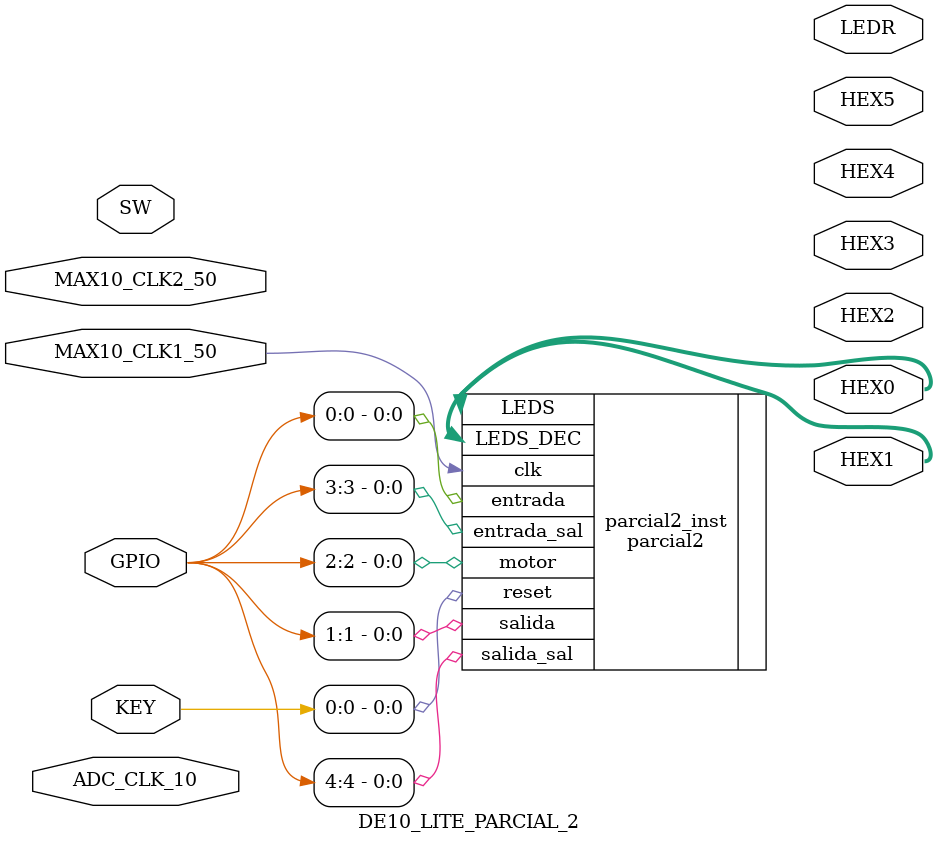
<source format=v>


module DE10_LITE_PARCIAL_2(

	//////////// CLOCK //////////
	input 		          		ADC_CLK_10,
	input 		          		MAX10_CLK1_50,
	input 		          		MAX10_CLK2_50,

	//////////// SEG7 //////////
	output		     [7:0]		HEX0,
	output		     [7:0]		HEX1,
	output		     [7:0]		HEX2,
	output		     [7:0]		HEX3,
	output		     [7:0]		HEX4,
	output		     [7:0]		HEX5,

	//////////// KEY //////////
	input 		     [1:0]		KEY,

	//////////// LED //////////
	output		     [9:0]		LEDR,

	//////////// SW //////////
	input 		     [9:0]		SW,

	//////////// GPIO, GPIO connect to GPIO Default //////////
	inout 		    [35:0]		GPIO
);



//=======================================================
//  REG/WIRE declarations
//=======================================================




//=======================================================
//  Structural coding
//=======================================================

parcial2 parcial2_inst
(
	.clk(MAX10_CLK1_50) ,	// input  clk_sig
	.entrada(GPIO[0]) ,	// input  entrada_sig
	.entrada_sal(GPIO[3]) ,	// input  entrada_sig
	.motor(GPIO[2]) ,	// output  motor_sig
	.salida(GPIO[1]) ,	// input  salida_sig
	.salida_sal(GPIO[4]), 	// input  salida_sig
	.reset(KEY[0]) ,	// input  reset_sig
	.LEDS(HEX0[7:0]) ,	// output [7:0] LEDS_sig
	.LEDS_DEC(HEX1[7:0]) 	// output [7:0] LEDS_DEC_sig
);

endmodule

</source>
